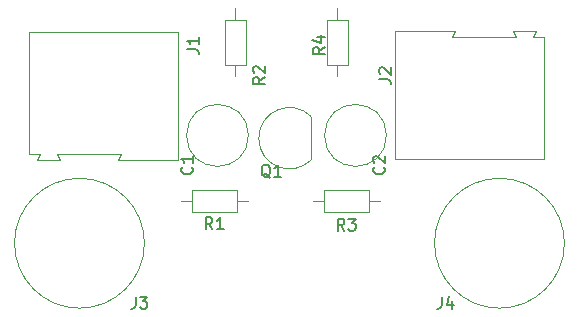
<source format=gbr>
%TF.GenerationSoftware,KiCad,Pcbnew,(5.1.8)-1*%
%TF.CreationDate,2022-01-13T18:29:01+02:00*%
%TF.ProjectId,Single_transistor_AMP,53696e67-6c65-45f7-9472-616e73697374,rev?*%
%TF.SameCoordinates,Original*%
%TF.FileFunction,Legend,Top*%
%TF.FilePolarity,Positive*%
%FSLAX46Y46*%
G04 Gerber Fmt 4.6, Leading zero omitted, Abs format (unit mm)*
G04 Created by KiCad (PCBNEW (5.1.8)-1) date 2022-01-13 18:29:01*
%MOMM*%
%LPD*%
G01*
G04 APERTURE LIST*
%ADD10C,0.120000*%
%ADD11C,0.150000*%
G04 APERTURE END LIST*
D10*
%TO.C,C1*%
X112856000Y-68596000D02*
G75*
G03*
X112856000Y-68596000I-2620000J0D01*
G01*
%TO.C,C2*%
X124540000Y-68596000D02*
G75*
G03*
X124540000Y-68596000I-2620000J0D01*
G01*
%TO.C,J1*%
X106884000Y-59834000D02*
X94284000Y-59834000D01*
X94284000Y-59834000D02*
X94284000Y-70184000D01*
X94284000Y-70184000D02*
X95234000Y-70184000D01*
X95234000Y-70184000D02*
X94984000Y-70684000D01*
X94984000Y-70684000D02*
X96884000Y-70684000D01*
X96884000Y-70684000D02*
X96934000Y-70684000D01*
X96934000Y-70684000D02*
X96684000Y-70184000D01*
X96684000Y-70184000D02*
X102084000Y-70184000D01*
X102084000Y-70184000D02*
X101784000Y-70684000D01*
X101784000Y-70684000D02*
X106884000Y-70684000D01*
X106884000Y-70684000D02*
X106884000Y-59834000D01*
%TO.C,J2*%
X125272000Y-59763001D02*
X125272000Y-70613001D01*
X130372000Y-59763001D02*
X125272000Y-59763001D01*
X130072000Y-60263001D02*
X130372000Y-59763001D01*
X135472000Y-60263001D02*
X130072000Y-60263001D01*
X135222000Y-59763001D02*
X135472000Y-60263001D01*
X135272000Y-59763001D02*
X135222000Y-59763001D01*
X137172000Y-59763001D02*
X135272000Y-59763001D01*
X136922000Y-60263001D02*
X137172000Y-59763001D01*
X137872000Y-60263001D02*
X136922000Y-60263001D01*
X137872000Y-70613001D02*
X137872000Y-60263001D01*
X125272000Y-70613001D02*
X137872000Y-70613001D01*
%TO.C,Q1*%
X118182000Y-70634000D02*
X118182000Y-67034000D01*
X118170478Y-70672478D02*
G75*
G02*
X113732000Y-68834000I-1838478J1838478D01*
G01*
X118170478Y-66995522D02*
G75*
G03*
X113732000Y-68834000I-1838478J-1838478D01*
G01*
%TO.C,R1*%
X107112000Y-74168000D02*
X108062000Y-74168000D01*
X112852000Y-74168000D02*
X111902000Y-74168000D01*
X108062000Y-75088000D02*
X111902000Y-75088000D01*
X108062000Y-73248000D02*
X108062000Y-75088000D01*
X111902000Y-73248000D02*
X108062000Y-73248000D01*
X111902000Y-75088000D02*
X111902000Y-73248000D01*
%TO.C,R2*%
X110840000Y-62626000D02*
X112680000Y-62626000D01*
X112680000Y-62626000D02*
X112680000Y-58786000D01*
X112680000Y-58786000D02*
X110840000Y-58786000D01*
X110840000Y-58786000D02*
X110840000Y-62626000D01*
X111760000Y-63576000D02*
X111760000Y-62626000D01*
X111760000Y-57836000D02*
X111760000Y-58786000D01*
%TO.C,R3*%
X119238000Y-73248000D02*
X119238000Y-75088000D01*
X119238000Y-75088000D02*
X123078000Y-75088000D01*
X123078000Y-75088000D02*
X123078000Y-73248000D01*
X123078000Y-73248000D02*
X119238000Y-73248000D01*
X118288000Y-74168000D02*
X119238000Y-74168000D01*
X124028000Y-74168000D02*
X123078000Y-74168000D01*
%TO.C,R4*%
X120396000Y-57836000D02*
X120396000Y-58786000D01*
X120396000Y-63576000D02*
X120396000Y-62626000D01*
X119476000Y-58786000D02*
X119476000Y-62626000D01*
X121316000Y-58786000D02*
X119476000Y-58786000D01*
X121316000Y-62626000D02*
X121316000Y-58786000D01*
X119476000Y-62626000D02*
X121316000Y-62626000D01*
%TO.C,J3*%
X104052000Y-77724000D02*
G75*
G03*
X104052000Y-77724000I-5500000J0D01*
G01*
%TO.C,J4*%
X139612000Y-77724000D02*
G75*
G03*
X139612000Y-77724000I-5500000J0D01*
G01*
%TO.C,C1*%
D11*
X108053142Y-71286666D02*
X108100761Y-71334285D01*
X108148380Y-71477142D01*
X108148380Y-71572380D01*
X108100761Y-71715238D01*
X108005523Y-71810476D01*
X107910285Y-71858095D01*
X107719809Y-71905714D01*
X107576952Y-71905714D01*
X107386476Y-71858095D01*
X107291238Y-71810476D01*
X107196000Y-71715238D01*
X107148380Y-71572380D01*
X107148380Y-71477142D01*
X107196000Y-71334285D01*
X107243619Y-71286666D01*
X108148380Y-70334285D02*
X108148380Y-70905714D01*
X108148380Y-70620000D02*
X107148380Y-70620000D01*
X107291238Y-70715238D01*
X107386476Y-70810476D01*
X107434095Y-70905714D01*
%TO.C,C2*%
X124309142Y-71286666D02*
X124356761Y-71334285D01*
X124404380Y-71477142D01*
X124404380Y-71572380D01*
X124356761Y-71715238D01*
X124261523Y-71810476D01*
X124166285Y-71858095D01*
X123975809Y-71905714D01*
X123832952Y-71905714D01*
X123642476Y-71858095D01*
X123547238Y-71810476D01*
X123452000Y-71715238D01*
X123404380Y-71572380D01*
X123404380Y-71477142D01*
X123452000Y-71334285D01*
X123499619Y-71286666D01*
X123499619Y-70905714D02*
X123452000Y-70858095D01*
X123404380Y-70762857D01*
X123404380Y-70524761D01*
X123452000Y-70429523D01*
X123499619Y-70381904D01*
X123594857Y-70334285D01*
X123690095Y-70334285D01*
X123832952Y-70381904D01*
X124404380Y-70953333D01*
X124404380Y-70334285D01*
%TO.C,J1*%
X107656380Y-61293333D02*
X108370666Y-61293333D01*
X108513523Y-61340952D01*
X108608761Y-61436190D01*
X108656380Y-61579047D01*
X108656380Y-61674285D01*
X108656380Y-60293333D02*
X108656380Y-60864761D01*
X108656380Y-60579047D02*
X107656380Y-60579047D01*
X107799238Y-60674285D01*
X107894476Y-60769523D01*
X107942095Y-60864761D01*
%TO.C,J2*%
X123912380Y-63833333D02*
X124626666Y-63833333D01*
X124769523Y-63880952D01*
X124864761Y-63976190D01*
X124912380Y-64119047D01*
X124912380Y-64214285D01*
X124007619Y-63404761D02*
X123960000Y-63357142D01*
X123912380Y-63261904D01*
X123912380Y-63023809D01*
X123960000Y-62928571D01*
X124007619Y-62880952D01*
X124102857Y-62833333D01*
X124198095Y-62833333D01*
X124340952Y-62880952D01*
X124912380Y-63452380D01*
X124912380Y-62833333D01*
%TO.C,Q1*%
X114712761Y-72175619D02*
X114617523Y-72128000D01*
X114522285Y-72032761D01*
X114379428Y-71889904D01*
X114284190Y-71842285D01*
X114188952Y-71842285D01*
X114236571Y-72080380D02*
X114141333Y-72032761D01*
X114046095Y-71937523D01*
X113998476Y-71747047D01*
X113998476Y-71413714D01*
X114046095Y-71223238D01*
X114141333Y-71128000D01*
X114236571Y-71080380D01*
X114427047Y-71080380D01*
X114522285Y-71128000D01*
X114617523Y-71223238D01*
X114665142Y-71413714D01*
X114665142Y-71747047D01*
X114617523Y-71937523D01*
X114522285Y-72032761D01*
X114427047Y-72080380D01*
X114236571Y-72080380D01*
X115617523Y-72080380D02*
X115046095Y-72080380D01*
X115331809Y-72080380D02*
X115331809Y-71080380D01*
X115236571Y-71223238D01*
X115141333Y-71318476D01*
X115046095Y-71366095D01*
%TO.C,R1*%
X109815333Y-76540380D02*
X109482000Y-76064190D01*
X109243904Y-76540380D02*
X109243904Y-75540380D01*
X109624857Y-75540380D01*
X109720095Y-75588000D01*
X109767714Y-75635619D01*
X109815333Y-75730857D01*
X109815333Y-75873714D01*
X109767714Y-75968952D01*
X109720095Y-76016571D01*
X109624857Y-76064190D01*
X109243904Y-76064190D01*
X110767714Y-76540380D02*
X110196285Y-76540380D01*
X110482000Y-76540380D02*
X110482000Y-75540380D01*
X110386761Y-75683238D01*
X110291523Y-75778476D01*
X110196285Y-75826095D01*
%TO.C,R2*%
X114244380Y-63666666D02*
X113768190Y-64000000D01*
X114244380Y-64238095D02*
X113244380Y-64238095D01*
X113244380Y-63857142D01*
X113292000Y-63761904D01*
X113339619Y-63714285D01*
X113434857Y-63666666D01*
X113577714Y-63666666D01*
X113672952Y-63714285D01*
X113720571Y-63761904D01*
X113768190Y-63857142D01*
X113768190Y-64238095D01*
X113339619Y-63285714D02*
X113292000Y-63238095D01*
X113244380Y-63142857D01*
X113244380Y-62904761D01*
X113292000Y-62809523D01*
X113339619Y-62761904D01*
X113434857Y-62714285D01*
X113530095Y-62714285D01*
X113672952Y-62761904D01*
X114244380Y-63333333D01*
X114244380Y-62714285D01*
%TO.C,R3*%
X120991333Y-76652380D02*
X120658000Y-76176190D01*
X120419904Y-76652380D02*
X120419904Y-75652380D01*
X120800857Y-75652380D01*
X120896095Y-75700000D01*
X120943714Y-75747619D01*
X120991333Y-75842857D01*
X120991333Y-75985714D01*
X120943714Y-76080952D01*
X120896095Y-76128571D01*
X120800857Y-76176190D01*
X120419904Y-76176190D01*
X121324666Y-75652380D02*
X121943714Y-75652380D01*
X121610380Y-76033333D01*
X121753238Y-76033333D01*
X121848476Y-76080952D01*
X121896095Y-76128571D01*
X121943714Y-76223809D01*
X121943714Y-76461904D01*
X121896095Y-76557142D01*
X121848476Y-76604761D01*
X121753238Y-76652380D01*
X121467523Y-76652380D01*
X121372285Y-76604761D01*
X121324666Y-76557142D01*
%TO.C,R4*%
X119324380Y-61126666D02*
X118848190Y-61460000D01*
X119324380Y-61698095D02*
X118324380Y-61698095D01*
X118324380Y-61317142D01*
X118372000Y-61221904D01*
X118419619Y-61174285D01*
X118514857Y-61126666D01*
X118657714Y-61126666D01*
X118752952Y-61174285D01*
X118800571Y-61221904D01*
X118848190Y-61317142D01*
X118848190Y-61698095D01*
X118657714Y-60269523D02*
X119324380Y-60269523D01*
X118276761Y-60507619D02*
X118991047Y-60745714D01*
X118991047Y-60126666D01*
%TO.C,J3*%
X103298666Y-82256380D02*
X103298666Y-82970666D01*
X103251047Y-83113523D01*
X103155809Y-83208761D01*
X103012952Y-83256380D01*
X102917714Y-83256380D01*
X103679619Y-82256380D02*
X104298666Y-82256380D01*
X103965333Y-82637333D01*
X104108190Y-82637333D01*
X104203428Y-82684952D01*
X104251047Y-82732571D01*
X104298666Y-82827809D01*
X104298666Y-83065904D01*
X104251047Y-83161142D01*
X104203428Y-83208761D01*
X104108190Y-83256380D01*
X103822476Y-83256380D01*
X103727238Y-83208761D01*
X103679619Y-83161142D01*
%TO.C,J4*%
X129206666Y-82256380D02*
X129206666Y-82970666D01*
X129159047Y-83113523D01*
X129063809Y-83208761D01*
X128920952Y-83256380D01*
X128825714Y-83256380D01*
X130111428Y-82589714D02*
X130111428Y-83256380D01*
X129873333Y-82208761D02*
X129635238Y-82923047D01*
X130254285Y-82923047D01*
%TD*%
M02*

</source>
